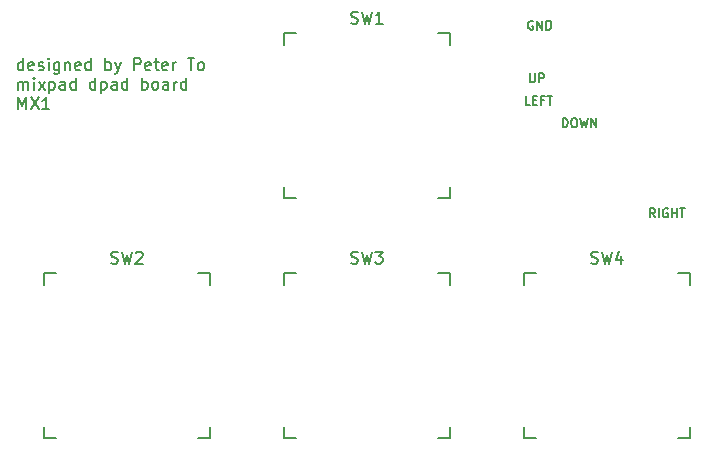
<source format=gto>
%TF.GenerationSoftware,KiCad,Pcbnew,(5.1.12)-1*%
%TF.CreationDate,2021-12-29T15:11:16-05:00*%
%TF.ProjectId,4keymacropad,346b6579-6d61-4637-926f-7061642e6b69,rev?*%
%TF.SameCoordinates,Original*%
%TF.FileFunction,Legend,Top*%
%TF.FilePolarity,Positive*%
%FSLAX46Y46*%
G04 Gerber Fmt 4.6, Leading zero omitted, Abs format (unit mm)*
G04 Created by KiCad (PCBNEW (5.1.12)-1) date 2021-12-29 15:11:16*
%MOMM*%
%LPD*%
G01*
G04 APERTURE LIST*
%ADD10C,0.150000*%
G04 APERTURE END LIST*
D10*
X105539166Y-76780380D02*
X105539166Y-75780380D01*
X105539166Y-76732761D02*
X105443928Y-76780380D01*
X105253452Y-76780380D01*
X105158214Y-76732761D01*
X105110595Y-76685142D01*
X105062976Y-76589904D01*
X105062976Y-76304190D01*
X105110595Y-76208952D01*
X105158214Y-76161333D01*
X105253452Y-76113714D01*
X105443928Y-76113714D01*
X105539166Y-76161333D01*
X106396309Y-76732761D02*
X106301071Y-76780380D01*
X106110595Y-76780380D01*
X106015357Y-76732761D01*
X105967738Y-76637523D01*
X105967738Y-76256571D01*
X106015357Y-76161333D01*
X106110595Y-76113714D01*
X106301071Y-76113714D01*
X106396309Y-76161333D01*
X106443928Y-76256571D01*
X106443928Y-76351809D01*
X105967738Y-76447047D01*
X106824880Y-76732761D02*
X106920119Y-76780380D01*
X107110595Y-76780380D01*
X107205833Y-76732761D01*
X107253452Y-76637523D01*
X107253452Y-76589904D01*
X107205833Y-76494666D01*
X107110595Y-76447047D01*
X106967738Y-76447047D01*
X106872500Y-76399428D01*
X106824880Y-76304190D01*
X106824880Y-76256571D01*
X106872500Y-76161333D01*
X106967738Y-76113714D01*
X107110595Y-76113714D01*
X107205833Y-76161333D01*
X107682023Y-76780380D02*
X107682023Y-76113714D01*
X107682023Y-75780380D02*
X107634404Y-75828000D01*
X107682023Y-75875619D01*
X107729642Y-75828000D01*
X107682023Y-75780380D01*
X107682023Y-75875619D01*
X108586785Y-76113714D02*
X108586785Y-76923238D01*
X108539166Y-77018476D01*
X108491547Y-77066095D01*
X108396309Y-77113714D01*
X108253452Y-77113714D01*
X108158214Y-77066095D01*
X108586785Y-76732761D02*
X108491547Y-76780380D01*
X108301071Y-76780380D01*
X108205833Y-76732761D01*
X108158214Y-76685142D01*
X108110595Y-76589904D01*
X108110595Y-76304190D01*
X108158214Y-76208952D01*
X108205833Y-76161333D01*
X108301071Y-76113714D01*
X108491547Y-76113714D01*
X108586785Y-76161333D01*
X109062976Y-76113714D02*
X109062976Y-76780380D01*
X109062976Y-76208952D02*
X109110595Y-76161333D01*
X109205833Y-76113714D01*
X109348690Y-76113714D01*
X109443928Y-76161333D01*
X109491547Y-76256571D01*
X109491547Y-76780380D01*
X110348690Y-76732761D02*
X110253452Y-76780380D01*
X110062976Y-76780380D01*
X109967738Y-76732761D01*
X109920119Y-76637523D01*
X109920119Y-76256571D01*
X109967738Y-76161333D01*
X110062976Y-76113714D01*
X110253452Y-76113714D01*
X110348690Y-76161333D01*
X110396309Y-76256571D01*
X110396309Y-76351809D01*
X109920119Y-76447047D01*
X111253452Y-76780380D02*
X111253452Y-75780380D01*
X111253452Y-76732761D02*
X111158214Y-76780380D01*
X110967738Y-76780380D01*
X110872500Y-76732761D01*
X110824880Y-76685142D01*
X110777261Y-76589904D01*
X110777261Y-76304190D01*
X110824880Y-76208952D01*
X110872500Y-76161333D01*
X110967738Y-76113714D01*
X111158214Y-76113714D01*
X111253452Y-76161333D01*
X112491547Y-76780380D02*
X112491547Y-75780380D01*
X112491547Y-76161333D02*
X112586785Y-76113714D01*
X112777261Y-76113714D01*
X112872500Y-76161333D01*
X112920119Y-76208952D01*
X112967738Y-76304190D01*
X112967738Y-76589904D01*
X112920119Y-76685142D01*
X112872500Y-76732761D01*
X112777261Y-76780380D01*
X112586785Y-76780380D01*
X112491547Y-76732761D01*
X113301071Y-76113714D02*
X113539166Y-76780380D01*
X113777261Y-76113714D02*
X113539166Y-76780380D01*
X113443928Y-77018476D01*
X113396309Y-77066095D01*
X113301071Y-77113714D01*
X114920119Y-76780380D02*
X114920119Y-75780380D01*
X115301071Y-75780380D01*
X115396309Y-75828000D01*
X115443928Y-75875619D01*
X115491547Y-75970857D01*
X115491547Y-76113714D01*
X115443928Y-76208952D01*
X115396309Y-76256571D01*
X115301071Y-76304190D01*
X114920119Y-76304190D01*
X116301071Y-76732761D02*
X116205833Y-76780380D01*
X116015357Y-76780380D01*
X115920119Y-76732761D01*
X115872500Y-76637523D01*
X115872500Y-76256571D01*
X115920119Y-76161333D01*
X116015357Y-76113714D01*
X116205833Y-76113714D01*
X116301071Y-76161333D01*
X116348690Y-76256571D01*
X116348690Y-76351809D01*
X115872500Y-76447047D01*
X116634404Y-76113714D02*
X117015357Y-76113714D01*
X116777261Y-75780380D02*
X116777261Y-76637523D01*
X116824880Y-76732761D01*
X116920119Y-76780380D01*
X117015357Y-76780380D01*
X117729642Y-76732761D02*
X117634404Y-76780380D01*
X117443928Y-76780380D01*
X117348690Y-76732761D01*
X117301071Y-76637523D01*
X117301071Y-76256571D01*
X117348690Y-76161333D01*
X117443928Y-76113714D01*
X117634404Y-76113714D01*
X117729642Y-76161333D01*
X117777261Y-76256571D01*
X117777261Y-76351809D01*
X117301071Y-76447047D01*
X118205833Y-76780380D02*
X118205833Y-76113714D01*
X118205833Y-76304190D02*
X118253452Y-76208952D01*
X118301071Y-76161333D01*
X118396309Y-76113714D01*
X118491547Y-76113714D01*
X119443928Y-75780380D02*
X120015357Y-75780380D01*
X119729642Y-76780380D02*
X119729642Y-75780380D01*
X120491547Y-76780380D02*
X120396309Y-76732761D01*
X120348690Y-76685142D01*
X120301071Y-76589904D01*
X120301071Y-76304190D01*
X120348690Y-76208952D01*
X120396309Y-76161333D01*
X120491547Y-76113714D01*
X120634404Y-76113714D01*
X120729642Y-76161333D01*
X120777261Y-76208952D01*
X120824880Y-76304190D01*
X120824880Y-76589904D01*
X120777261Y-76685142D01*
X120729642Y-76732761D01*
X120634404Y-76780380D01*
X120491547Y-76780380D01*
X105110595Y-78430380D02*
X105110595Y-77763714D01*
X105110595Y-77858952D02*
X105158214Y-77811333D01*
X105253452Y-77763714D01*
X105396309Y-77763714D01*
X105491547Y-77811333D01*
X105539166Y-77906571D01*
X105539166Y-78430380D01*
X105539166Y-77906571D02*
X105586785Y-77811333D01*
X105682023Y-77763714D01*
X105824880Y-77763714D01*
X105920119Y-77811333D01*
X105967738Y-77906571D01*
X105967738Y-78430380D01*
X106443928Y-78430380D02*
X106443928Y-77763714D01*
X106443928Y-77430380D02*
X106396309Y-77478000D01*
X106443928Y-77525619D01*
X106491547Y-77478000D01*
X106443928Y-77430380D01*
X106443928Y-77525619D01*
X106824880Y-78430380D02*
X107348690Y-77763714D01*
X106824880Y-77763714D02*
X107348690Y-78430380D01*
X107729642Y-77763714D02*
X107729642Y-78763714D01*
X107729642Y-77811333D02*
X107824880Y-77763714D01*
X108015357Y-77763714D01*
X108110595Y-77811333D01*
X108158214Y-77858952D01*
X108205833Y-77954190D01*
X108205833Y-78239904D01*
X108158214Y-78335142D01*
X108110595Y-78382761D01*
X108015357Y-78430380D01*
X107824880Y-78430380D01*
X107729642Y-78382761D01*
X109062976Y-78430380D02*
X109062976Y-77906571D01*
X109015357Y-77811333D01*
X108920119Y-77763714D01*
X108729642Y-77763714D01*
X108634404Y-77811333D01*
X109062976Y-78382761D02*
X108967738Y-78430380D01*
X108729642Y-78430380D01*
X108634404Y-78382761D01*
X108586785Y-78287523D01*
X108586785Y-78192285D01*
X108634404Y-78097047D01*
X108729642Y-78049428D01*
X108967738Y-78049428D01*
X109062976Y-78001809D01*
X109967738Y-78430380D02*
X109967738Y-77430380D01*
X109967738Y-78382761D02*
X109872500Y-78430380D01*
X109682023Y-78430380D01*
X109586785Y-78382761D01*
X109539166Y-78335142D01*
X109491547Y-78239904D01*
X109491547Y-77954190D01*
X109539166Y-77858952D01*
X109586785Y-77811333D01*
X109682023Y-77763714D01*
X109872500Y-77763714D01*
X109967738Y-77811333D01*
X111634404Y-78430380D02*
X111634404Y-77430380D01*
X111634404Y-78382761D02*
X111539166Y-78430380D01*
X111348690Y-78430380D01*
X111253452Y-78382761D01*
X111205833Y-78335142D01*
X111158214Y-78239904D01*
X111158214Y-77954190D01*
X111205833Y-77858952D01*
X111253452Y-77811333D01*
X111348690Y-77763714D01*
X111539166Y-77763714D01*
X111634404Y-77811333D01*
X112110595Y-77763714D02*
X112110595Y-78763714D01*
X112110595Y-77811333D02*
X112205833Y-77763714D01*
X112396309Y-77763714D01*
X112491547Y-77811333D01*
X112539166Y-77858952D01*
X112586785Y-77954190D01*
X112586785Y-78239904D01*
X112539166Y-78335142D01*
X112491547Y-78382761D01*
X112396309Y-78430380D01*
X112205833Y-78430380D01*
X112110595Y-78382761D01*
X113443928Y-78430380D02*
X113443928Y-77906571D01*
X113396309Y-77811333D01*
X113301071Y-77763714D01*
X113110595Y-77763714D01*
X113015357Y-77811333D01*
X113443928Y-78382761D02*
X113348690Y-78430380D01*
X113110595Y-78430380D01*
X113015357Y-78382761D01*
X112967738Y-78287523D01*
X112967738Y-78192285D01*
X113015357Y-78097047D01*
X113110595Y-78049428D01*
X113348690Y-78049428D01*
X113443928Y-78001809D01*
X114348690Y-78430380D02*
X114348690Y-77430380D01*
X114348690Y-78382761D02*
X114253452Y-78430380D01*
X114062976Y-78430380D01*
X113967738Y-78382761D01*
X113920119Y-78335142D01*
X113872500Y-78239904D01*
X113872500Y-77954190D01*
X113920119Y-77858952D01*
X113967738Y-77811333D01*
X114062976Y-77763714D01*
X114253452Y-77763714D01*
X114348690Y-77811333D01*
X115586785Y-78430380D02*
X115586785Y-77430380D01*
X115586785Y-77811333D02*
X115682023Y-77763714D01*
X115872500Y-77763714D01*
X115967738Y-77811333D01*
X116015357Y-77858952D01*
X116062976Y-77954190D01*
X116062976Y-78239904D01*
X116015357Y-78335142D01*
X115967738Y-78382761D01*
X115872500Y-78430380D01*
X115682023Y-78430380D01*
X115586785Y-78382761D01*
X116634404Y-78430380D02*
X116539166Y-78382761D01*
X116491547Y-78335142D01*
X116443928Y-78239904D01*
X116443928Y-77954190D01*
X116491547Y-77858952D01*
X116539166Y-77811333D01*
X116634404Y-77763714D01*
X116777261Y-77763714D01*
X116872500Y-77811333D01*
X116920119Y-77858952D01*
X116967738Y-77954190D01*
X116967738Y-78239904D01*
X116920119Y-78335142D01*
X116872500Y-78382761D01*
X116777261Y-78430380D01*
X116634404Y-78430380D01*
X117824880Y-78430380D02*
X117824880Y-77906571D01*
X117777261Y-77811333D01*
X117682023Y-77763714D01*
X117491547Y-77763714D01*
X117396309Y-77811333D01*
X117824880Y-78382761D02*
X117729642Y-78430380D01*
X117491547Y-78430380D01*
X117396309Y-78382761D01*
X117348690Y-78287523D01*
X117348690Y-78192285D01*
X117396309Y-78097047D01*
X117491547Y-78049428D01*
X117729642Y-78049428D01*
X117824880Y-78001809D01*
X118301071Y-78430380D02*
X118301071Y-77763714D01*
X118301071Y-77954190D02*
X118348690Y-77858952D01*
X118396309Y-77811333D01*
X118491547Y-77763714D01*
X118586785Y-77763714D01*
X119348690Y-78430380D02*
X119348690Y-77430380D01*
X119348690Y-78382761D02*
X119253452Y-78430380D01*
X119062976Y-78430380D01*
X118967738Y-78382761D01*
X118920119Y-78335142D01*
X118872500Y-78239904D01*
X118872500Y-77954190D01*
X118920119Y-77858952D01*
X118967738Y-77811333D01*
X119062976Y-77763714D01*
X119253452Y-77763714D01*
X119348690Y-77811333D01*
X105110595Y-80080380D02*
X105110595Y-79080380D01*
X105443928Y-79794666D01*
X105777261Y-79080380D01*
X105777261Y-80080380D01*
X106158214Y-79080380D02*
X106824880Y-80080380D01*
X106824880Y-79080380D02*
X106158214Y-80080380D01*
X107729642Y-80080380D02*
X107158214Y-80080380D01*
X107443928Y-80080380D02*
X107443928Y-79080380D01*
X107348690Y-79223238D01*
X107253452Y-79318476D01*
X107158214Y-79366095D01*
X148683214Y-72650000D02*
X148611785Y-72614285D01*
X148504642Y-72614285D01*
X148397500Y-72650000D01*
X148326071Y-72721428D01*
X148290357Y-72792857D01*
X148254642Y-72935714D01*
X148254642Y-73042857D01*
X148290357Y-73185714D01*
X148326071Y-73257142D01*
X148397500Y-73328571D01*
X148504642Y-73364285D01*
X148576071Y-73364285D01*
X148683214Y-73328571D01*
X148718928Y-73292857D01*
X148718928Y-73042857D01*
X148576071Y-73042857D01*
X149040357Y-73364285D02*
X149040357Y-72614285D01*
X149468928Y-73364285D01*
X149468928Y-72614285D01*
X149826071Y-73364285D02*
X149826071Y-72614285D01*
X150004642Y-72614285D01*
X150111785Y-72650000D01*
X150183214Y-72721428D01*
X150218928Y-72792857D01*
X150254642Y-72935714D01*
X150254642Y-73042857D01*
X150218928Y-73185714D01*
X150183214Y-73257142D01*
X150111785Y-73328571D01*
X150004642Y-73364285D01*
X149826071Y-73364285D01*
X159020000Y-89239285D02*
X158770000Y-88882142D01*
X158591428Y-89239285D02*
X158591428Y-88489285D01*
X158877142Y-88489285D01*
X158948571Y-88525000D01*
X158984285Y-88560714D01*
X159020000Y-88632142D01*
X159020000Y-88739285D01*
X158984285Y-88810714D01*
X158948571Y-88846428D01*
X158877142Y-88882142D01*
X158591428Y-88882142D01*
X159341428Y-89239285D02*
X159341428Y-88489285D01*
X160091428Y-88525000D02*
X160020000Y-88489285D01*
X159912857Y-88489285D01*
X159805714Y-88525000D01*
X159734285Y-88596428D01*
X159698571Y-88667857D01*
X159662857Y-88810714D01*
X159662857Y-88917857D01*
X159698571Y-89060714D01*
X159734285Y-89132142D01*
X159805714Y-89203571D01*
X159912857Y-89239285D01*
X159984285Y-89239285D01*
X160091428Y-89203571D01*
X160127142Y-89167857D01*
X160127142Y-88917857D01*
X159984285Y-88917857D01*
X160448571Y-89239285D02*
X160448571Y-88489285D01*
X160448571Y-88846428D02*
X160877142Y-88846428D01*
X160877142Y-89239285D02*
X160877142Y-88489285D01*
X161127142Y-88489285D02*
X161555714Y-88489285D01*
X161341428Y-89239285D02*
X161341428Y-88489285D01*
X151207500Y-81619285D02*
X151207500Y-80869285D01*
X151386071Y-80869285D01*
X151493214Y-80905000D01*
X151564642Y-80976428D01*
X151600357Y-81047857D01*
X151636071Y-81190714D01*
X151636071Y-81297857D01*
X151600357Y-81440714D01*
X151564642Y-81512142D01*
X151493214Y-81583571D01*
X151386071Y-81619285D01*
X151207500Y-81619285D01*
X152100357Y-80869285D02*
X152243214Y-80869285D01*
X152314642Y-80905000D01*
X152386071Y-80976428D01*
X152421785Y-81119285D01*
X152421785Y-81369285D01*
X152386071Y-81512142D01*
X152314642Y-81583571D01*
X152243214Y-81619285D01*
X152100357Y-81619285D01*
X152028928Y-81583571D01*
X151957500Y-81512142D01*
X151921785Y-81369285D01*
X151921785Y-81119285D01*
X151957500Y-80976428D01*
X152028928Y-80905000D01*
X152100357Y-80869285D01*
X152671785Y-80869285D02*
X152850357Y-81619285D01*
X152993214Y-81083571D01*
X153136071Y-81619285D01*
X153314642Y-80869285D01*
X153600357Y-81619285D02*
X153600357Y-80869285D01*
X154028928Y-81619285D01*
X154028928Y-80869285D01*
X148433214Y-79714285D02*
X148076071Y-79714285D01*
X148076071Y-78964285D01*
X148683214Y-79321428D02*
X148933214Y-79321428D01*
X149040357Y-79714285D02*
X148683214Y-79714285D01*
X148683214Y-78964285D01*
X149040357Y-78964285D01*
X149611785Y-79321428D02*
X149361785Y-79321428D01*
X149361785Y-79714285D02*
X149361785Y-78964285D01*
X149718928Y-78964285D01*
X149897500Y-78964285D02*
X150326071Y-78964285D01*
X150111785Y-79714285D02*
X150111785Y-78964285D01*
X148405357Y-77059285D02*
X148405357Y-77666428D01*
X148441071Y-77737857D01*
X148476785Y-77773571D01*
X148548214Y-77809285D01*
X148691071Y-77809285D01*
X148762500Y-77773571D01*
X148798214Y-77737857D01*
X148833928Y-77666428D01*
X148833928Y-77059285D01*
X149191071Y-77809285D02*
X149191071Y-77059285D01*
X149476785Y-77059285D01*
X149548214Y-77095000D01*
X149583928Y-77130714D01*
X149619642Y-77202142D01*
X149619642Y-77309285D01*
X149583928Y-77380714D01*
X149548214Y-77416428D01*
X149476785Y-77452142D01*
X149191071Y-77452142D01*
%TO.C,SW1*%
X141620000Y-73645000D02*
X141620000Y-74645000D01*
X140620000Y-87645000D02*
X141620000Y-87645000D01*
X141620000Y-73645000D02*
X140620000Y-73645000D01*
X141620000Y-86645000D02*
X141620000Y-87645000D01*
X127620000Y-87645000D02*
X127620000Y-86645000D01*
X128620000Y-73645000D02*
X127620000Y-73645000D01*
X127620000Y-87645000D02*
X128620000Y-87645000D01*
X127620000Y-74645000D02*
X127620000Y-73645000D01*
%TO.C,SW2*%
X107300000Y-94965000D02*
X107300000Y-93965000D01*
X107300000Y-107965000D02*
X108300000Y-107965000D01*
X108300000Y-93965000D02*
X107300000Y-93965000D01*
X107300000Y-107965000D02*
X107300000Y-106965000D01*
X121300000Y-106965000D02*
X121300000Y-107965000D01*
X121300000Y-93965000D02*
X120300000Y-93965000D01*
X120300000Y-107965000D02*
X121300000Y-107965000D01*
X121300000Y-93965000D02*
X121300000Y-94965000D01*
%TO.C,SW3*%
X127620000Y-94965000D02*
X127620000Y-93965000D01*
X127620000Y-107965000D02*
X128620000Y-107965000D01*
X128620000Y-93965000D02*
X127620000Y-93965000D01*
X127620000Y-107965000D02*
X127620000Y-106965000D01*
X141620000Y-106965000D02*
X141620000Y-107965000D01*
X141620000Y-93965000D02*
X140620000Y-93965000D01*
X140620000Y-107965000D02*
X141620000Y-107965000D01*
X141620000Y-93965000D02*
X141620000Y-94965000D01*
%TO.C,SW4*%
X161940000Y-93965000D02*
X161940000Y-94965000D01*
X160940000Y-107965000D02*
X161940000Y-107965000D01*
X161940000Y-93965000D02*
X160940000Y-93965000D01*
X161940000Y-106965000D02*
X161940000Y-107965000D01*
X147940000Y-107965000D02*
X147940000Y-106965000D01*
X148940000Y-93965000D02*
X147940000Y-93965000D01*
X147940000Y-107965000D02*
X148940000Y-107965000D01*
X147940000Y-94965000D02*
X147940000Y-93965000D01*
%TO.C,SW1*%
X133286666Y-72794761D02*
X133429523Y-72842380D01*
X133667619Y-72842380D01*
X133762857Y-72794761D01*
X133810476Y-72747142D01*
X133858095Y-72651904D01*
X133858095Y-72556666D01*
X133810476Y-72461428D01*
X133762857Y-72413809D01*
X133667619Y-72366190D01*
X133477142Y-72318571D01*
X133381904Y-72270952D01*
X133334285Y-72223333D01*
X133286666Y-72128095D01*
X133286666Y-72032857D01*
X133334285Y-71937619D01*
X133381904Y-71890000D01*
X133477142Y-71842380D01*
X133715238Y-71842380D01*
X133858095Y-71890000D01*
X134191428Y-71842380D02*
X134429523Y-72842380D01*
X134620000Y-72128095D01*
X134810476Y-72842380D01*
X135048571Y-71842380D01*
X135953333Y-72842380D02*
X135381904Y-72842380D01*
X135667619Y-72842380D02*
X135667619Y-71842380D01*
X135572380Y-71985238D01*
X135477142Y-72080476D01*
X135381904Y-72128095D01*
%TO.C,SW2*%
X112966666Y-93114761D02*
X113109523Y-93162380D01*
X113347619Y-93162380D01*
X113442857Y-93114761D01*
X113490476Y-93067142D01*
X113538095Y-92971904D01*
X113538095Y-92876666D01*
X113490476Y-92781428D01*
X113442857Y-92733809D01*
X113347619Y-92686190D01*
X113157142Y-92638571D01*
X113061904Y-92590952D01*
X113014285Y-92543333D01*
X112966666Y-92448095D01*
X112966666Y-92352857D01*
X113014285Y-92257619D01*
X113061904Y-92210000D01*
X113157142Y-92162380D01*
X113395238Y-92162380D01*
X113538095Y-92210000D01*
X113871428Y-92162380D02*
X114109523Y-93162380D01*
X114300000Y-92448095D01*
X114490476Y-93162380D01*
X114728571Y-92162380D01*
X115061904Y-92257619D02*
X115109523Y-92210000D01*
X115204761Y-92162380D01*
X115442857Y-92162380D01*
X115538095Y-92210000D01*
X115585714Y-92257619D01*
X115633333Y-92352857D01*
X115633333Y-92448095D01*
X115585714Y-92590952D01*
X115014285Y-93162380D01*
X115633333Y-93162380D01*
%TO.C,SW3*%
X133286666Y-93114761D02*
X133429523Y-93162380D01*
X133667619Y-93162380D01*
X133762857Y-93114761D01*
X133810476Y-93067142D01*
X133858095Y-92971904D01*
X133858095Y-92876666D01*
X133810476Y-92781428D01*
X133762857Y-92733809D01*
X133667619Y-92686190D01*
X133477142Y-92638571D01*
X133381904Y-92590952D01*
X133334285Y-92543333D01*
X133286666Y-92448095D01*
X133286666Y-92352857D01*
X133334285Y-92257619D01*
X133381904Y-92210000D01*
X133477142Y-92162380D01*
X133715238Y-92162380D01*
X133858095Y-92210000D01*
X134191428Y-92162380D02*
X134429523Y-93162380D01*
X134620000Y-92448095D01*
X134810476Y-93162380D01*
X135048571Y-92162380D01*
X135334285Y-92162380D02*
X135953333Y-92162380D01*
X135620000Y-92543333D01*
X135762857Y-92543333D01*
X135858095Y-92590952D01*
X135905714Y-92638571D01*
X135953333Y-92733809D01*
X135953333Y-92971904D01*
X135905714Y-93067142D01*
X135858095Y-93114761D01*
X135762857Y-93162380D01*
X135477142Y-93162380D01*
X135381904Y-93114761D01*
X135334285Y-93067142D01*
%TO.C,SW4*%
X153606666Y-93114761D02*
X153749523Y-93162380D01*
X153987619Y-93162380D01*
X154082857Y-93114761D01*
X154130476Y-93067142D01*
X154178095Y-92971904D01*
X154178095Y-92876666D01*
X154130476Y-92781428D01*
X154082857Y-92733809D01*
X153987619Y-92686190D01*
X153797142Y-92638571D01*
X153701904Y-92590952D01*
X153654285Y-92543333D01*
X153606666Y-92448095D01*
X153606666Y-92352857D01*
X153654285Y-92257619D01*
X153701904Y-92210000D01*
X153797142Y-92162380D01*
X154035238Y-92162380D01*
X154178095Y-92210000D01*
X154511428Y-92162380D02*
X154749523Y-93162380D01*
X154940000Y-92448095D01*
X155130476Y-93162380D01*
X155368571Y-92162380D01*
X156178095Y-92495714D02*
X156178095Y-93162380D01*
X155940000Y-92114761D02*
X155701904Y-92829047D01*
X156320952Y-92829047D01*
%TD*%
M02*

</source>
